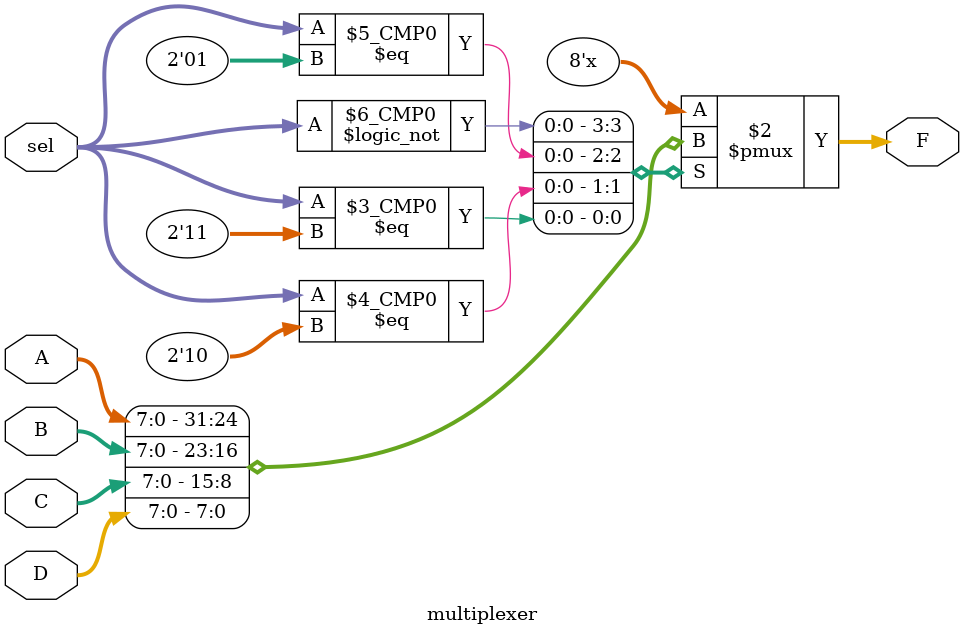
<source format=v>
module multiplexer(
    input [1:0] sel,
    input [7:0] A,
    input [7:0] B,
    input [7:0] C,
    input [7:0] D,
    output reg [7:0] F
);

        always @(*) begin 
        case(sel)
            2'b00: F <= A;
            2'b01: F <= B;
            2'b10: F <= C;
            2'b11: F <= D;
        endcase
    end

endmodule
</source>
